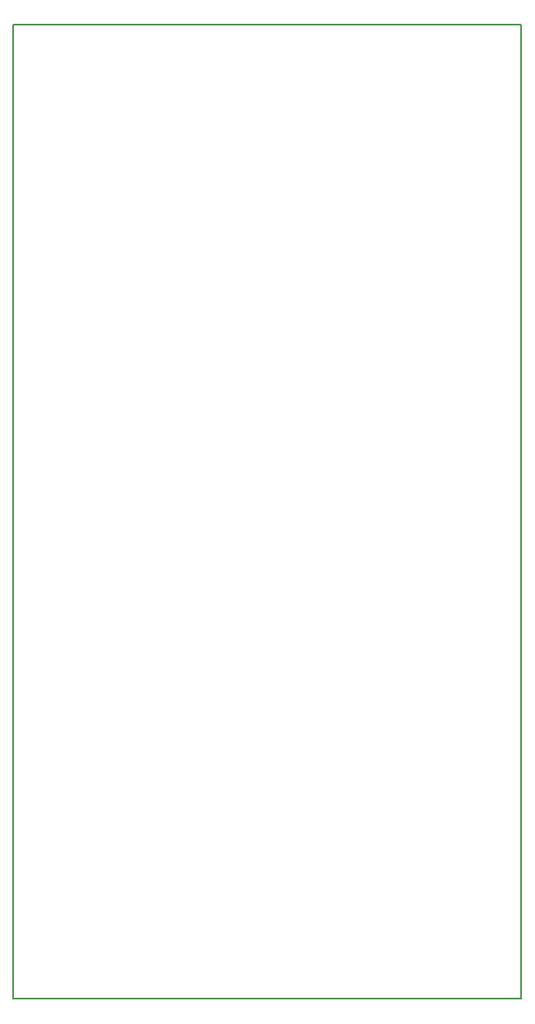
<source format=gbr>
G04 DipTrace 3.0.0.2*
G04 BoardOutline.gbr*
%MOMM*%
G04 #@! TF.FileFunction,Profile*
G04 #@! TF.Part,Single*
%ADD11C,0.14*%
%FSLAX35Y35*%
G04*
G71*
G90*
G75*
G01*
G04 BoardOutline*
%LPD*%
X1000000Y1000000D2*
D11*
Y11050000D1*
X6250000D1*
Y1000000D1*
X1000000D1*
M02*

</source>
